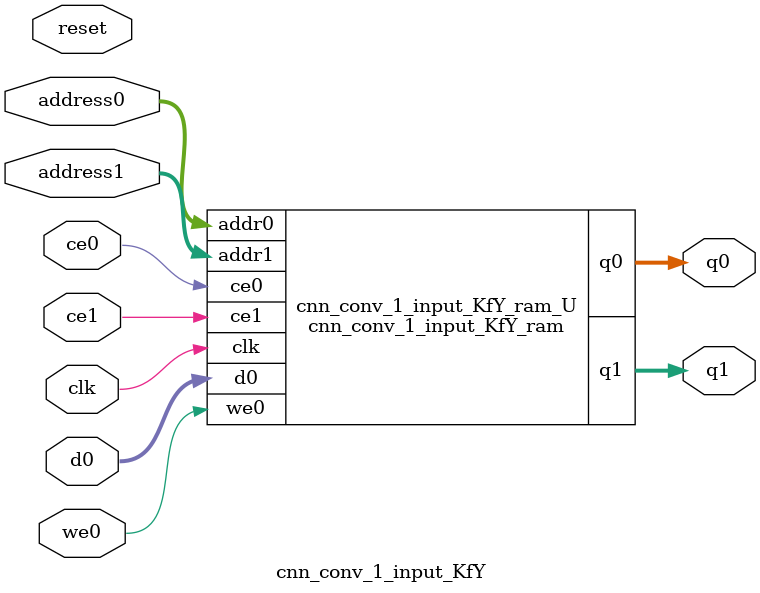
<source format=v>
`timescale 1 ns / 1 ps
module cnn_conv_1_input_KfY_ram (addr0, ce0, d0, we0, q0, addr1, ce1, q1,  clk);

parameter DWIDTH = 14;
parameter AWIDTH = 9;
parameter MEM_SIZE = 392;

input[AWIDTH-1:0] addr0;
input ce0;
input[DWIDTH-1:0] d0;
input we0;
output reg[DWIDTH-1:0] q0;
input[AWIDTH-1:0] addr1;
input ce1;
output reg[DWIDTH-1:0] q1;
input clk;

(* ram_style = "block" *)reg [DWIDTH-1:0] ram[0:MEM_SIZE-1];




always @(posedge clk)  
begin 
    if (ce0) 
    begin
        if (we0) 
        begin 
            ram[addr0] <= d0; 
        end 
        q0 <= ram[addr0];
    end
end


always @(posedge clk)  
begin 
    if (ce1) 
    begin
        q1 <= ram[addr1];
    end
end


endmodule

`timescale 1 ns / 1 ps
module cnn_conv_1_input_KfY(
    reset,
    clk,
    address0,
    ce0,
    we0,
    d0,
    q0,
    address1,
    ce1,
    q1);

parameter DataWidth = 32'd14;
parameter AddressRange = 32'd392;
parameter AddressWidth = 32'd9;
input reset;
input clk;
input[AddressWidth - 1:0] address0;
input ce0;
input we0;
input[DataWidth - 1:0] d0;
output[DataWidth - 1:0] q0;
input[AddressWidth - 1:0] address1;
input ce1;
output[DataWidth - 1:0] q1;



cnn_conv_1_input_KfY_ram cnn_conv_1_input_KfY_ram_U(
    .clk( clk ),
    .addr0( address0 ),
    .ce0( ce0 ),
    .we0( we0 ),
    .d0( d0 ),
    .q0( q0 ),
    .addr1( address1 ),
    .ce1( ce1 ),
    .q1( q1 ));

endmodule


</source>
